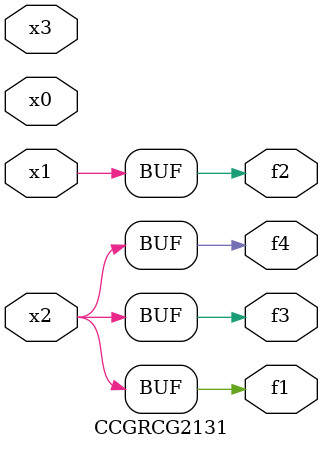
<source format=v>
module CCGRCG2131(
	input x0, x1, x2, x3,
	output f1, f2, f3, f4
);
	assign f1 = x2;
	assign f2 = x1;
	assign f3 = x2;
	assign f4 = x2;
endmodule

</source>
